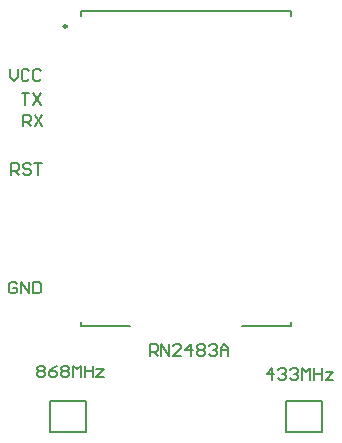
<source format=gto>
G04*
G04 #@! TF.GenerationSoftware,Altium Limited,Altium Designer,19.1.5 (86)*
G04*
G04 Layer_Color=65535*
%FSLAX25Y25*%
%MOIN*%
G70*
G01*
G75*
%ADD10C,0.00984*%
%ADD11C,0.00500*%
%ADD12C,0.00787*%
%ADD13C,0.00630*%
D10*
X313327Y341000D02*
G03*
X313327Y341000I-492J0D01*
G01*
D11*
X307776Y205906D02*
X319587D01*
Y216142D01*
X307776D02*
X319587D01*
X307776Y205906D02*
Y216142D01*
X386516Y205906D02*
Y216142D01*
X398327D01*
Y205906D02*
Y216142D01*
X386516Y205906D02*
X398327D01*
D12*
X371575Y241000D02*
X388000D01*
X318000D02*
X334425D01*
X318000Y346000D02*
X388000D01*
Y241000D02*
Y242425D01*
X318000Y241000D02*
Y242425D01*
X388000Y344575D02*
Y346000D01*
X318000Y344575D02*
Y346000D01*
D13*
X381889Y223228D02*
Y227164D01*
X379921Y225196D01*
X382545D01*
X383857Y226508D02*
X384513Y227164D01*
X385825D01*
X386481Y226508D01*
Y225852D01*
X385825Y225196D01*
X385169D01*
X385825D01*
X386481Y224540D01*
Y223884D01*
X385825Y223228D01*
X384513D01*
X383857Y223884D01*
X387793Y226508D02*
X388449Y227164D01*
X389761D01*
X390417Y226508D01*
Y225852D01*
X389761Y225196D01*
X389105D01*
X389761D01*
X390417Y224540D01*
Y223884D01*
X389761Y223228D01*
X388449D01*
X387793Y223884D01*
X391728Y223228D02*
Y227164D01*
X393040Y225852D01*
X394352Y227164D01*
Y223228D01*
X395664Y227164D02*
Y223228D01*
Y225196D01*
X398288D01*
Y227164D01*
Y223228D01*
X399600Y225852D02*
X402224D01*
X399600Y223228D01*
X402224D01*
X340945Y231102D02*
Y235038D01*
X342913D01*
X343569Y234382D01*
Y233070D01*
X342913Y232414D01*
X340945D01*
X342257D02*
X343569Y231102D01*
X344881D02*
Y235038D01*
X347504Y231102D01*
Y235038D01*
X351440Y231102D02*
X348816D01*
X351440Y233726D01*
Y234382D01*
X350784Y235038D01*
X349472D01*
X348816Y234382D01*
X354720Y231102D02*
Y235038D01*
X352752Y233070D01*
X355376D01*
X356688Y234382D02*
X357344Y235038D01*
X358656D01*
X359312Y234382D01*
Y233726D01*
X358656Y233070D01*
X359312Y232414D01*
Y231758D01*
X358656Y231102D01*
X357344D01*
X356688Y231758D01*
Y232414D01*
X357344Y233070D01*
X356688Y233726D01*
Y234382D01*
X357344Y233070D02*
X358656D01*
X360624Y234382D02*
X361280Y235038D01*
X362591D01*
X363247Y234382D01*
Y233726D01*
X362591Y233070D01*
X361935D01*
X362591D01*
X363247Y232414D01*
Y231758D01*
X362591Y231102D01*
X361280D01*
X360624Y231758D01*
X364559Y231102D02*
Y233726D01*
X365871Y235038D01*
X367183Y233726D01*
Y231102D01*
Y233070D01*
X364559D01*
X303543Y227295D02*
X304199Y227952D01*
X305511D01*
X306167Y227295D01*
Y226640D01*
X305511Y225984D01*
X306167Y225328D01*
Y224672D01*
X305511Y224016D01*
X304199D01*
X303543Y224672D01*
Y225328D01*
X304199Y225984D01*
X303543Y226640D01*
Y227295D01*
X304199Y225984D02*
X305511D01*
X310103Y227952D02*
X308791Y227295D01*
X307479Y225984D01*
Y224672D01*
X308135Y224016D01*
X309447D01*
X310103Y224672D01*
Y225328D01*
X309447Y225984D01*
X307479D01*
X311415Y227295D02*
X312071Y227952D01*
X313383D01*
X314039Y227295D01*
Y226640D01*
X313383Y225984D01*
X314039Y225328D01*
Y224672D01*
X313383Y224016D01*
X312071D01*
X311415Y224672D01*
Y225328D01*
X312071Y225984D01*
X311415Y226640D01*
Y227295D01*
X312071Y225984D02*
X313383D01*
X315351Y224016D02*
Y227952D01*
X316662Y226640D01*
X317974Y227952D01*
Y224016D01*
X319286Y227952D02*
Y224016D01*
Y225984D01*
X321910D01*
Y227952D01*
Y224016D01*
X323222Y226640D02*
X325846D01*
X323222Y224016D01*
X325846D01*
X294685Y291535D02*
Y295471D01*
X296653D01*
X297309Y294815D01*
Y293503D01*
X296653Y292847D01*
X294685D01*
X295997D02*
X297309Y291535D01*
X301245Y294815D02*
X300589Y295471D01*
X299277D01*
X298621Y294815D01*
Y294159D01*
X299277Y293503D01*
X300589D01*
X301245Y292847D01*
Y292191D01*
X300589Y291535D01*
X299277D01*
X298621Y292191D01*
X302556Y295471D02*
X305180D01*
X303868D01*
Y291535D01*
X296718Y255248D02*
X296062Y255904D01*
X294750D01*
X294094Y255248D01*
Y252625D01*
X294750Y251969D01*
X296062D01*
X296718Y252625D01*
Y253936D01*
X295406D01*
X298030Y251969D02*
Y255904D01*
X300654Y251969D01*
Y255904D01*
X301966D02*
Y251969D01*
X303934D01*
X304590Y252625D01*
Y255248D01*
X303934Y255904D01*
X301966D01*
X298622Y307677D02*
Y311613D01*
X300590D01*
X301246Y310957D01*
Y309645D01*
X300590Y308989D01*
X298622D01*
X299934D02*
X301246Y307677D01*
X302558Y311613D02*
X305182Y307677D01*
Y311613D02*
X302558Y307677D01*
X298228Y318700D02*
X300852D01*
X299540D01*
Y314764D01*
X302164Y318700D02*
X304788Y314764D01*
Y318700D02*
X302164Y314764D01*
X294291Y326770D02*
Y324147D01*
X295603Y322835D01*
X296915Y324147D01*
Y326770D01*
X300851Y326114D02*
X300195Y326770D01*
X298883D01*
X298227Y326114D01*
Y323491D01*
X298883Y322835D01*
X300195D01*
X300851Y323491D01*
X304787Y326114D02*
X304131Y326770D01*
X302819D01*
X302163Y326114D01*
Y323491D01*
X302819Y322835D01*
X304131D01*
X304787Y323491D01*
M02*

</source>
